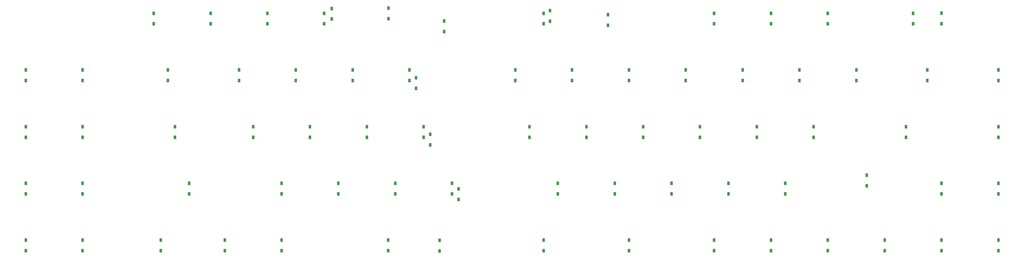
<source format=gtp>
%TF.GenerationSoftware,KiCad,Pcbnew,8.0.8*%
%TF.CreationDate,2025-04-15T16:26:55+09:00*%
%TF.ProjectId,sswkbd_wiring,7373776b-6264-45f7-9769-72696e672e6b,rev?*%
%TF.SameCoordinates,Original*%
%TF.FileFunction,Paste,Top*%
%TF.FilePolarity,Positive*%
%FSLAX46Y46*%
G04 Gerber Fmt 4.6, Leading zero omitted, Abs format (unit mm)*
G04 Created by KiCad (PCBNEW 8.0.8) date 2025-04-15 16:26:55*
%MOMM*%
%LPD*%
G01*
G04 APERTURE LIST*
%ADD10R,0.950000X1.300000*%
G04 APERTURE END LIST*
D10*
%TO.C,D32*%
X366509249Y-96929950D03*
X366509249Y-93379950D03*
%TD*%
%TO.C,D67*%
X86461999Y-153979950D03*
X86461999Y-150429950D03*
%TD*%
%TO.C,D50*%
X60336999Y-134979950D03*
X60336999Y-131429950D03*
%TD*%
%TO.C,D73*%
X243034249Y-153979950D03*
X243034249Y-150429950D03*
%TD*%
%TO.C,D46*%
X304759249Y-115954950D03*
X304759249Y-112404950D03*
%TD*%
%TO.C,D38*%
X155361999Y-115954950D03*
X155361999Y-112404950D03*
%TD*%
%TO.C,D76*%
X309509249Y-153979950D03*
X309509249Y-150429950D03*
%TD*%
%TO.C,D74*%
X271509249Y-153979950D03*
X271509249Y-150429950D03*
%TD*%
%TO.C,D52*%
X126861999Y-134979950D03*
X126861999Y-131429950D03*
%TD*%
%TO.C,D39*%
X174361999Y-115954950D03*
X174361999Y-112404950D03*
%TD*%
%TO.C,D15*%
X347491000Y-77923000D03*
X347491000Y-74373000D03*
%TD*%
%TO.C,D44*%
X266759249Y-115954950D03*
X266759249Y-112404950D03*
%TD*%
%TO.C,D4*%
X141111999Y-77929950D03*
X141111999Y-74379950D03*
%TD*%
%TO.C,D43*%
X247759249Y-115954950D03*
X247759249Y-112404950D03*
%TD*%
%TO.C,D41*%
X209759249Y-115954950D03*
X209759249Y-112404950D03*
%TD*%
%TO.C,D1*%
X84111999Y-77929950D03*
X84111999Y-74379950D03*
%TD*%
%TO.C,D11*%
X271509249Y-77929950D03*
X271509249Y-74379950D03*
%TD*%
%TO.C,D51*%
X95961999Y-134979950D03*
X95961999Y-131429950D03*
%TD*%
%TO.C,D59*%
X257259249Y-134979950D03*
X257259249Y-131429950D03*
%TD*%
%TO.C,D9*%
X216600000Y-77075000D03*
X216600000Y-73525000D03*
%TD*%
%TO.C,D3*%
X122111999Y-77929950D03*
X122111999Y-74379950D03*
%TD*%
%TO.C,D42*%
X228759249Y-115954950D03*
X228759249Y-112404950D03*
%TD*%
%TO.C,D64*%
X366509249Y-134979950D03*
X366509249Y-131429950D03*
%TD*%
%TO.C,D23*%
X171795000Y-99555000D03*
X171795000Y-96005000D03*
%TD*%
%TO.C,D33*%
X41336999Y-115954950D03*
X41336999Y-112404950D03*
%TD*%
%TO.C,D8*%
X214509249Y-77929950D03*
X214509249Y-74379950D03*
%TD*%
%TO.C,D45*%
X285759249Y-115954950D03*
X285759249Y-112404950D03*
%TD*%
%TO.C,D65*%
X41336999Y-153979950D03*
X41336999Y-150429950D03*
%TD*%
%TO.C,D70*%
X162461999Y-153979950D03*
X162461999Y-150429950D03*
%TD*%
%TO.C,D24*%
X205009249Y-96929950D03*
X205009249Y-93379950D03*
%TD*%
%TO.C,D26*%
X243009249Y-96929950D03*
X243009249Y-93379950D03*
%TD*%
%TO.C,D6*%
X162600000Y-76175000D03*
X162600000Y-72625000D03*
%TD*%
%TO.C,D14*%
X338034249Y-77929950D03*
X338034249Y-74379950D03*
%TD*%
%TO.C,D12*%
X290509249Y-77929950D03*
X290509249Y-74379950D03*
%TD*%
%TO.C,D36*%
X117361999Y-115954950D03*
X117361999Y-112404950D03*
%TD*%
%TO.C,D29*%
X300009249Y-96929950D03*
X300009249Y-93379950D03*
%TD*%
%TO.C,D69*%
X126861999Y-153979950D03*
X126861999Y-150429950D03*
%TD*%
%TO.C,D20*%
X131611999Y-96929950D03*
X131611999Y-93379950D03*
%TD*%
%TO.C,D47*%
X335659249Y-115954950D03*
X335659249Y-112404950D03*
%TD*%
%TO.C,D62*%
X322550000Y-132225000D03*
X322550000Y-128675000D03*
%TD*%
%TO.C,D48*%
X366509249Y-115954950D03*
X366509249Y-112404950D03*
%TD*%
%TO.C,D22*%
X169611999Y-96929950D03*
X169611999Y-93379950D03*
%TD*%
%TO.C,D16*%
X41336999Y-96929950D03*
X41336999Y-93379950D03*
%TD*%
%TO.C,D49*%
X41336999Y-134979950D03*
X41336999Y-131429950D03*
%TD*%
%TO.C,D25*%
X224009249Y-96929950D03*
X224009249Y-93379950D03*
%TD*%
%TO.C,D53*%
X145861999Y-134979950D03*
X145861999Y-131429950D03*
%TD*%
%TO.C,D28*%
X281009249Y-96929950D03*
X281009249Y-93379950D03*
%TD*%
%TO.C,D7*%
X181255000Y-80530000D03*
X181255000Y-76980000D03*
%TD*%
%TO.C,D61*%
X295259249Y-134979950D03*
X295259249Y-131429950D03*
%TD*%
%TO.C,D37*%
X136361999Y-115954950D03*
X136361999Y-112404950D03*
%TD*%
%TO.C,D77*%
X328509249Y-153979950D03*
X328509249Y-150429950D03*
%TD*%
%TO.C,D10*%
X236000000Y-78375000D03*
X236000000Y-74825000D03*
%TD*%
%TO.C,D57*%
X219259249Y-134979950D03*
X219259249Y-131429950D03*
%TD*%
%TO.C,D75*%
X290509249Y-153979950D03*
X290509249Y-150429950D03*
%TD*%
%TO.C,D56*%
X186040000Y-136795000D03*
X186040000Y-133245000D03*
%TD*%
%TO.C,D60*%
X276259249Y-134979950D03*
X276259249Y-131429950D03*
%TD*%
%TO.C,D5*%
X143637000Y-76321000D03*
X143637000Y-72771000D03*
%TD*%
%TO.C,D35*%
X91211999Y-115954950D03*
X91211999Y-112404950D03*
%TD*%
%TO.C,D21*%
X150611999Y-96929950D03*
X150611999Y-93379950D03*
%TD*%
%TO.C,D13*%
X309509249Y-77929950D03*
X309509249Y-74379950D03*
%TD*%
%TO.C,D18*%
X88836999Y-96929950D03*
X88836999Y-93379950D03*
%TD*%
%TO.C,D27*%
X262009249Y-96929950D03*
X262009249Y-93379950D03*
%TD*%
%TO.C,D55*%
X183861999Y-134979950D03*
X183861999Y-131429950D03*
%TD*%
%TO.C,D54*%
X164861999Y-134979950D03*
X164861999Y-131429950D03*
%TD*%
%TO.C,D2*%
X103111999Y-77929950D03*
X103111999Y-74379950D03*
%TD*%
%TO.C,D79*%
X366509249Y-153979950D03*
X366509249Y-150429950D03*
%TD*%
%TO.C,D78*%
X347509249Y-153979950D03*
X347509249Y-150429950D03*
%TD*%
%TO.C,D34*%
X60336999Y-115954950D03*
X60336999Y-112404950D03*
%TD*%
%TO.C,D71*%
X179695000Y-154080000D03*
X179695000Y-150530000D03*
%TD*%
%TO.C,D58*%
X238259249Y-134979950D03*
X238259249Y-131429950D03*
%TD*%
%TO.C,D31*%
X342784249Y-96929950D03*
X342784249Y-93379950D03*
%TD*%
%TO.C,D68*%
X107861999Y-153979950D03*
X107861999Y-150429950D03*
%TD*%
%TO.C,D19*%
X112611999Y-96929950D03*
X112611999Y-93379950D03*
%TD*%
%TO.C,D17*%
X60336999Y-96929950D03*
X60336999Y-93379950D03*
%TD*%
%TO.C,D72*%
X214509249Y-153979950D03*
X214509249Y-150429950D03*
%TD*%
%TO.C,D30*%
X319009249Y-96929950D03*
X319009249Y-93379950D03*
%TD*%
%TO.C,D63*%
X347509249Y-134979950D03*
X347509249Y-131429950D03*
%TD*%
%TO.C,D40*%
X176525000Y-118525000D03*
X176525000Y-114975000D03*
%TD*%
%TO.C,D66*%
X60336999Y-153979950D03*
X60336999Y-150429950D03*
%TD*%
M02*

</source>
